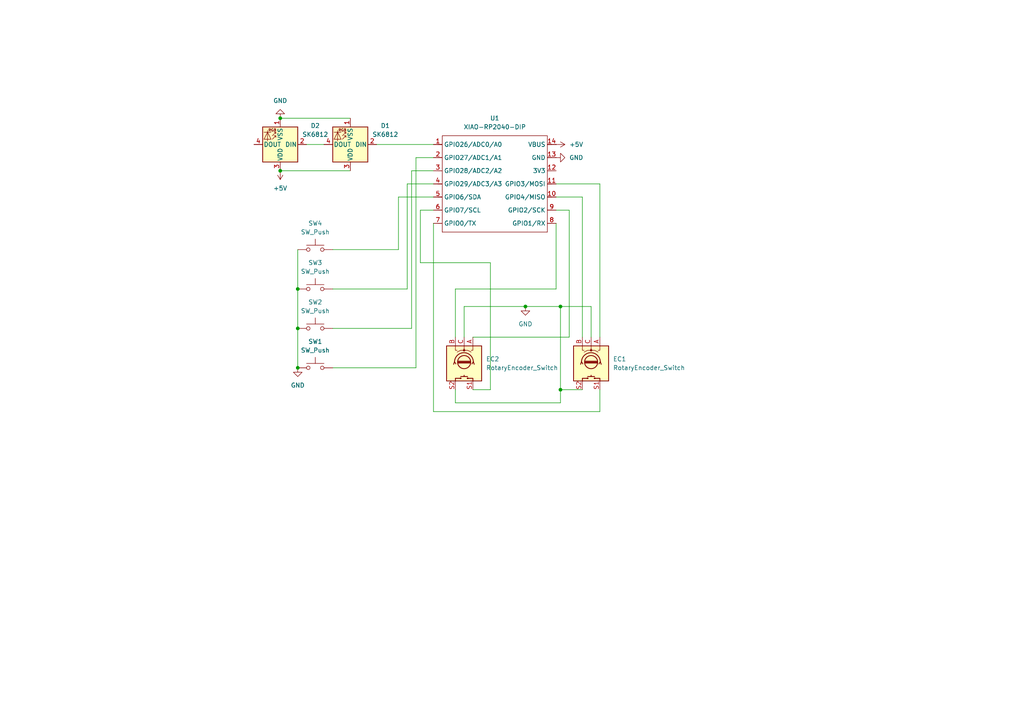
<source format=kicad_sch>
(kicad_sch
	(version 20250114)
	(generator "eeschema")
	(generator_version "9.0")
	(uuid "13a97acb-2549-4e65-a757-c6f4ff0f05d7")
	(paper "A4")
	(lib_symbols
		(symbol "Device:RotaryEncoder_Switch"
			(pin_names
				(offset 0.254)
				(hide yes)
			)
			(exclude_from_sim no)
			(in_bom yes)
			(on_board yes)
			(property "Reference" "SW"
				(at 0 6.604 0)
				(effects
					(font
						(size 1.27 1.27)
					)
				)
			)
			(property "Value" "RotaryEncoder_Switch"
				(at 0 -6.604 0)
				(effects
					(font
						(size 1.27 1.27)
					)
				)
			)
			(property "Footprint" ""
				(at -3.81 4.064 0)
				(effects
					(font
						(size 1.27 1.27)
					)
					(hide yes)
				)
			)
			(property "Datasheet" "~"
				(at 0 6.604 0)
				(effects
					(font
						(size 1.27 1.27)
					)
					(hide yes)
				)
			)
			(property "Description" "Rotary encoder, dual channel, incremental quadrate outputs, with switch"
				(at 0 0 0)
				(effects
					(font
						(size 1.27 1.27)
					)
					(hide yes)
				)
			)
			(property "ki_keywords" "rotary switch encoder switch push button"
				(at 0 0 0)
				(effects
					(font
						(size 1.27 1.27)
					)
					(hide yes)
				)
			)
			(property "ki_fp_filters" "RotaryEncoder*Switch*"
				(at 0 0 0)
				(effects
					(font
						(size 1.27 1.27)
					)
					(hide yes)
				)
			)
			(symbol "RotaryEncoder_Switch_0_1"
				(rectangle
					(start -5.08 5.08)
					(end 5.08 -5.08)
					(stroke
						(width 0.254)
						(type default)
					)
					(fill
						(type background)
					)
				)
				(polyline
					(pts
						(xy -5.08 2.54) (xy -3.81 2.54) (xy -3.81 2.032)
					)
					(stroke
						(width 0)
						(type default)
					)
					(fill
						(type none)
					)
				)
				(polyline
					(pts
						(xy -5.08 0) (xy -3.81 0) (xy -3.81 -1.016) (xy -3.302 -2.032)
					)
					(stroke
						(width 0)
						(type default)
					)
					(fill
						(type none)
					)
				)
				(polyline
					(pts
						(xy -5.08 -2.54) (xy -3.81 -2.54) (xy -3.81 -2.032)
					)
					(stroke
						(width 0)
						(type default)
					)
					(fill
						(type none)
					)
				)
				(polyline
					(pts
						(xy -4.318 0) (xy -3.81 0) (xy -3.81 1.016) (xy -3.302 2.032)
					)
					(stroke
						(width 0)
						(type default)
					)
					(fill
						(type none)
					)
				)
				(circle
					(center -3.81 0)
					(radius 0.254)
					(stroke
						(width 0)
						(type default)
					)
					(fill
						(type outline)
					)
				)
				(polyline
					(pts
						(xy -0.635 -1.778) (xy -0.635 1.778)
					)
					(stroke
						(width 0.254)
						(type default)
					)
					(fill
						(type none)
					)
				)
				(circle
					(center -0.381 0)
					(radius 1.905)
					(stroke
						(width 0.254)
						(type default)
					)
					(fill
						(type none)
					)
				)
				(polyline
					(pts
						(xy -0.381 -1.778) (xy -0.381 1.778)
					)
					(stroke
						(width 0.254)
						(type default)
					)
					(fill
						(type none)
					)
				)
				(arc
					(start -0.381 -2.794)
					(mid -3.0988 -0.0635)
					(end -0.381 2.667)
					(stroke
						(width 0.254)
						(type default)
					)
					(fill
						(type none)
					)
				)
				(polyline
					(pts
						(xy -0.127 1.778) (xy -0.127 -1.778)
					)
					(stroke
						(width 0.254)
						(type default)
					)
					(fill
						(type none)
					)
				)
				(polyline
					(pts
						(xy 0.254 2.921) (xy -0.508 2.667) (xy 0.127 2.286)
					)
					(stroke
						(width 0.254)
						(type default)
					)
					(fill
						(type none)
					)
				)
				(polyline
					(pts
						(xy 0.254 -3.048) (xy -0.508 -2.794) (xy 0.127 -2.413)
					)
					(stroke
						(width 0.254)
						(type default)
					)
					(fill
						(type none)
					)
				)
				(polyline
					(pts
						(xy 3.81 1.016) (xy 3.81 -1.016)
					)
					(stroke
						(width 0.254)
						(type default)
					)
					(fill
						(type none)
					)
				)
				(polyline
					(pts
						(xy 3.81 0) (xy 3.429 0)
					)
					(stroke
						(width 0.254)
						(type default)
					)
					(fill
						(type none)
					)
				)
				(circle
					(center 4.318 1.016)
					(radius 0.127)
					(stroke
						(width 0.254)
						(type default)
					)
					(fill
						(type none)
					)
				)
				(circle
					(center 4.318 -1.016)
					(radius 0.127)
					(stroke
						(width 0.254)
						(type default)
					)
					(fill
						(type none)
					)
				)
				(polyline
					(pts
						(xy 5.08 2.54) (xy 4.318 2.54) (xy 4.318 1.016)
					)
					(stroke
						(width 0.254)
						(type default)
					)
					(fill
						(type none)
					)
				)
				(polyline
					(pts
						(xy 5.08 -2.54) (xy 4.318 -2.54) (xy 4.318 -1.016)
					)
					(stroke
						(width 0.254)
						(type default)
					)
					(fill
						(type none)
					)
				)
			)
			(symbol "RotaryEncoder_Switch_1_1"
				(pin passive line
					(at -7.62 2.54 0)
					(length 2.54)
					(name "A"
						(effects
							(font
								(size 1.27 1.27)
							)
						)
					)
					(number "A"
						(effects
							(font
								(size 1.27 1.27)
							)
						)
					)
				)
				(pin passive line
					(at -7.62 0 0)
					(length 2.54)
					(name "C"
						(effects
							(font
								(size 1.27 1.27)
							)
						)
					)
					(number "C"
						(effects
							(font
								(size 1.27 1.27)
							)
						)
					)
				)
				(pin passive line
					(at -7.62 -2.54 0)
					(length 2.54)
					(name "B"
						(effects
							(font
								(size 1.27 1.27)
							)
						)
					)
					(number "B"
						(effects
							(font
								(size 1.27 1.27)
							)
						)
					)
				)
				(pin passive line
					(at 7.62 2.54 180)
					(length 2.54)
					(name "S1"
						(effects
							(font
								(size 1.27 1.27)
							)
						)
					)
					(number "S1"
						(effects
							(font
								(size 1.27 1.27)
							)
						)
					)
				)
				(pin passive line
					(at 7.62 -2.54 180)
					(length 2.54)
					(name "S2"
						(effects
							(font
								(size 1.27 1.27)
							)
						)
					)
					(number "S2"
						(effects
							(font
								(size 1.27 1.27)
							)
						)
					)
				)
			)
			(embedded_fonts no)
		)
		(symbol "LED:SK6812"
			(pin_names
				(offset 0.254)
			)
			(exclude_from_sim no)
			(in_bom yes)
			(on_board yes)
			(property "Reference" "D"
				(at 5.08 5.715 0)
				(effects
					(font
						(size 1.27 1.27)
					)
					(justify right bottom)
				)
			)
			(property "Value" "SK6812"
				(at 1.27 -5.715 0)
				(effects
					(font
						(size 1.27 1.27)
					)
					(justify left top)
				)
			)
			(property "Footprint" "LED_SMD:LED_SK6812_PLCC4_5.0x5.0mm_P3.2mm"
				(at 1.27 -7.62 0)
				(effects
					(font
						(size 1.27 1.27)
					)
					(justify left top)
					(hide yes)
				)
			)
			(property "Datasheet" "https://cdn-shop.adafruit.com/product-files/1138/SK6812+LED+datasheet+.pdf"
				(at 2.54 -9.525 0)
				(effects
					(font
						(size 1.27 1.27)
					)
					(justify left top)
					(hide yes)
				)
			)
			(property "Description" "RGB LED with integrated controller"
				(at 0 0 0)
				(effects
					(font
						(size 1.27 1.27)
					)
					(hide yes)
				)
			)
			(property "ki_keywords" "RGB LED NeoPixel addressable"
				(at 0 0 0)
				(effects
					(font
						(size 1.27 1.27)
					)
					(hide yes)
				)
			)
			(property "ki_fp_filters" "LED*SK6812*PLCC*5.0x5.0mm*P3.2mm*"
				(at 0 0 0)
				(effects
					(font
						(size 1.27 1.27)
					)
					(hide yes)
				)
			)
			(symbol "SK6812_0_0"
				(text "RGB"
					(at 2.286 -4.191 0)
					(effects
						(font
							(size 0.762 0.762)
						)
					)
				)
			)
			(symbol "SK6812_0_1"
				(polyline
					(pts
						(xy 1.27 -2.54) (xy 1.778 -2.54)
					)
					(stroke
						(width 0)
						(type default)
					)
					(fill
						(type none)
					)
				)
				(polyline
					(pts
						(xy 1.27 -3.556) (xy 1.778 -3.556)
					)
					(stroke
						(width 0)
						(type default)
					)
					(fill
						(type none)
					)
				)
				(polyline
					(pts
						(xy 2.286 -1.524) (xy 1.27 -2.54) (xy 1.27 -2.032)
					)
					(stroke
						(width 0)
						(type default)
					)
					(fill
						(type none)
					)
				)
				(polyline
					(pts
						(xy 2.286 -2.54) (xy 1.27 -3.556) (xy 1.27 -3.048)
					)
					(stroke
						(width 0)
						(type default)
					)
					(fill
						(type none)
					)
				)
				(polyline
					(pts
						(xy 3.683 -1.016) (xy 3.683 -3.556) (xy 3.683 -4.064)
					)
					(stroke
						(width 0)
						(type default)
					)
					(fill
						(type none)
					)
				)
				(polyline
					(pts
						(xy 4.699 -1.524) (xy 2.667 -1.524) (xy 3.683 -3.556) (xy 4.699 -1.524)
					)
					(stroke
						(width 0)
						(type default)
					)
					(fill
						(type none)
					)
				)
				(polyline
					(pts
						(xy 4.699 -3.556) (xy 2.667 -3.556)
					)
					(stroke
						(width 0)
						(type default)
					)
					(fill
						(type none)
					)
				)
				(rectangle
					(start 5.08 5.08)
					(end -5.08 -5.08)
					(stroke
						(width 0.254)
						(type default)
					)
					(fill
						(type background)
					)
				)
			)
			(symbol "SK6812_1_1"
				(pin input line
					(at -7.62 0 0)
					(length 2.54)
					(name "DIN"
						(effects
							(font
								(size 1.27 1.27)
							)
						)
					)
					(number "2"
						(effects
							(font
								(size 1.27 1.27)
							)
						)
					)
				)
				(pin power_in line
					(at 0 7.62 270)
					(length 2.54)
					(name "VDD"
						(effects
							(font
								(size 1.27 1.27)
							)
						)
					)
					(number "3"
						(effects
							(font
								(size 1.27 1.27)
							)
						)
					)
				)
				(pin power_in line
					(at 0 -7.62 90)
					(length 2.54)
					(name "VSS"
						(effects
							(font
								(size 1.27 1.27)
							)
						)
					)
					(number "1"
						(effects
							(font
								(size 1.27 1.27)
							)
						)
					)
				)
				(pin output line
					(at 7.62 0 180)
					(length 2.54)
					(name "DOUT"
						(effects
							(font
								(size 1.27 1.27)
							)
						)
					)
					(number "4"
						(effects
							(font
								(size 1.27 1.27)
							)
						)
					)
				)
			)
			(embedded_fonts no)
		)
		(symbol "Seeed_Studio_XIAO_Series:XIAO-RP2040-DIP"
			(exclude_from_sim no)
			(in_bom yes)
			(on_board yes)
			(property "Reference" "U"
				(at 0 0 0)
				(effects
					(font
						(size 1.27 1.27)
					)
				)
			)
			(property "Value" "XIAO-RP2040-DIP"
				(at 5.334 -1.778 0)
				(effects
					(font
						(size 1.27 1.27)
					)
				)
			)
			(property "Footprint" "Module:MOUDLE14P-XIAO-DIP-SMD"
				(at 14.478 -32.258 0)
				(effects
					(font
						(size 1.27 1.27)
					)
					(hide yes)
				)
			)
			(property "Datasheet" ""
				(at 0 0 0)
				(effects
					(font
						(size 1.27 1.27)
					)
					(hide yes)
				)
			)
			(property "Description" ""
				(at 0 0 0)
				(effects
					(font
						(size 1.27 1.27)
					)
					(hide yes)
				)
			)
			(symbol "XIAO-RP2040-DIP_1_0"
				(polyline
					(pts
						(xy -1.27 -2.54) (xy 29.21 -2.54)
					)
					(stroke
						(width 0.1524)
						(type solid)
					)
					(fill
						(type none)
					)
				)
				(polyline
					(pts
						(xy -1.27 -5.08) (xy -2.54 -5.08)
					)
					(stroke
						(width 0.1524)
						(type solid)
					)
					(fill
						(type none)
					)
				)
				(polyline
					(pts
						(xy -1.27 -5.08) (xy -1.27 -2.54)
					)
					(stroke
						(width 0.1524)
						(type solid)
					)
					(fill
						(type none)
					)
				)
				(polyline
					(pts
						(xy -1.27 -8.89) (xy -2.54 -8.89)
					)
					(stroke
						(width 0.1524)
						(type solid)
					)
					(fill
						(type none)
					)
				)
				(polyline
					(pts
						(xy -1.27 -8.89) (xy -1.27 -5.08)
					)
					(stroke
						(width 0.1524)
						(type solid)
					)
					(fill
						(type none)
					)
				)
				(polyline
					(pts
						(xy -1.27 -12.7) (xy -2.54 -12.7)
					)
					(stroke
						(width 0.1524)
						(type solid)
					)
					(fill
						(type none)
					)
				)
				(polyline
					(pts
						(xy -1.27 -12.7) (xy -1.27 -8.89)
					)
					(stroke
						(width 0.1524)
						(type solid)
					)
					(fill
						(type none)
					)
				)
				(polyline
					(pts
						(xy -1.27 -16.51) (xy -2.54 -16.51)
					)
					(stroke
						(width 0.1524)
						(type solid)
					)
					(fill
						(type none)
					)
				)
				(polyline
					(pts
						(xy -1.27 -16.51) (xy -1.27 -12.7)
					)
					(stroke
						(width 0.1524)
						(type solid)
					)
					(fill
						(type none)
					)
				)
				(polyline
					(pts
						(xy -1.27 -20.32) (xy -2.54 -20.32)
					)
					(stroke
						(width 0.1524)
						(type solid)
					)
					(fill
						(type none)
					)
				)
				(polyline
					(pts
						(xy -1.27 -24.13) (xy -2.54 -24.13)
					)
					(stroke
						(width 0.1524)
						(type solid)
					)
					(fill
						(type none)
					)
				)
				(polyline
					(pts
						(xy -1.27 -27.94) (xy -2.54 -27.94)
					)
					(stroke
						(width 0.1524)
						(type solid)
					)
					(fill
						(type none)
					)
				)
				(polyline
					(pts
						(xy -1.27 -30.48) (xy -1.27 -16.51)
					)
					(stroke
						(width 0.1524)
						(type solid)
					)
					(fill
						(type none)
					)
				)
				(polyline
					(pts
						(xy 29.21 -2.54) (xy 29.21 -5.08)
					)
					(stroke
						(width 0.1524)
						(type solid)
					)
					(fill
						(type none)
					)
				)
				(polyline
					(pts
						(xy 29.21 -5.08) (xy 29.21 -8.89)
					)
					(stroke
						(width 0.1524)
						(type solid)
					)
					(fill
						(type none)
					)
				)
				(polyline
					(pts
						(xy 29.21 -8.89) (xy 29.21 -12.7)
					)
					(stroke
						(width 0.1524)
						(type solid)
					)
					(fill
						(type none)
					)
				)
				(polyline
					(pts
						(xy 29.21 -12.7) (xy 29.21 -30.48)
					)
					(stroke
						(width 0.1524)
						(type solid)
					)
					(fill
						(type none)
					)
				)
				(polyline
					(pts
						(xy 29.21 -30.48) (xy -1.27 -30.48)
					)
					(stroke
						(width 0.1524)
						(type solid)
					)
					(fill
						(type none)
					)
				)
				(polyline
					(pts
						(xy 30.48 -5.08) (xy 29.21 -5.08)
					)
					(stroke
						(width 0.1524)
						(type solid)
					)
					(fill
						(type none)
					)
				)
				(polyline
					(pts
						(xy 30.48 -8.89) (xy 29.21 -8.89)
					)
					(stroke
						(width 0.1524)
						(type solid)
					)
					(fill
						(type none)
					)
				)
				(polyline
					(pts
						(xy 30.48 -12.7) (xy 29.21 -12.7)
					)
					(stroke
						(width 0.1524)
						(type solid)
					)
					(fill
						(type none)
					)
				)
				(polyline
					(pts
						(xy 30.48 -16.51) (xy 29.21 -16.51)
					)
					(stroke
						(width 0.1524)
						(type solid)
					)
					(fill
						(type none)
					)
				)
				(polyline
					(pts
						(xy 30.48 -20.32) (xy 29.21 -20.32)
					)
					(stroke
						(width 0.1524)
						(type solid)
					)
					(fill
						(type none)
					)
				)
				(polyline
					(pts
						(xy 30.48 -24.13) (xy 29.21 -24.13)
					)
					(stroke
						(width 0.1524)
						(type solid)
					)
					(fill
						(type none)
					)
				)
				(polyline
					(pts
						(xy 30.48 -27.94) (xy 29.21 -27.94)
					)
					(stroke
						(width 0.1524)
						(type solid)
					)
					(fill
						(type none)
					)
				)
				(pin passive line
					(at -3.81 -5.08 0)
					(length 2.54)
					(name "GPIO26/ADC0/A0"
						(effects
							(font
								(size 1.27 1.27)
							)
						)
					)
					(number "1"
						(effects
							(font
								(size 1.27 1.27)
							)
						)
					)
				)
				(pin passive line
					(at -3.81 -8.89 0)
					(length 2.54)
					(name "GPIO27/ADC1/A1"
						(effects
							(font
								(size 1.27 1.27)
							)
						)
					)
					(number "2"
						(effects
							(font
								(size 1.27 1.27)
							)
						)
					)
				)
				(pin passive line
					(at -3.81 -12.7 0)
					(length 2.54)
					(name "GPIO28/ADC2/A2"
						(effects
							(font
								(size 1.27 1.27)
							)
						)
					)
					(number "3"
						(effects
							(font
								(size 1.27 1.27)
							)
						)
					)
				)
				(pin passive line
					(at -3.81 -16.51 0)
					(length 2.54)
					(name "GPIO29/ADC3/A3"
						(effects
							(font
								(size 1.27 1.27)
							)
						)
					)
					(number "4"
						(effects
							(font
								(size 1.27 1.27)
							)
						)
					)
				)
				(pin passive line
					(at -3.81 -20.32 0)
					(length 2.54)
					(name "GPIO6/SDA"
						(effects
							(font
								(size 1.27 1.27)
							)
						)
					)
					(number "5"
						(effects
							(font
								(size 1.27 1.27)
							)
						)
					)
				)
				(pin passive line
					(at -3.81 -24.13 0)
					(length 2.54)
					(name "GPIO7/SCL"
						(effects
							(font
								(size 1.27 1.27)
							)
						)
					)
					(number "6"
						(effects
							(font
								(size 1.27 1.27)
							)
						)
					)
				)
				(pin passive line
					(at -3.81 -27.94 0)
					(length 2.54)
					(name "GPIO0/TX"
						(effects
							(font
								(size 1.27 1.27)
							)
						)
					)
					(number "7"
						(effects
							(font
								(size 1.27 1.27)
							)
						)
					)
				)
				(pin passive line
					(at 31.75 -5.08 180)
					(length 2.54)
					(name "VBUS"
						(effects
							(font
								(size 1.27 1.27)
							)
						)
					)
					(number "14"
						(effects
							(font
								(size 1.27 1.27)
							)
						)
					)
				)
				(pin passive line
					(at 31.75 -8.89 180)
					(length 2.54)
					(name "GND"
						(effects
							(font
								(size 1.27 1.27)
							)
						)
					)
					(number "13"
						(effects
							(font
								(size 1.27 1.27)
							)
						)
					)
				)
				(pin passive line
					(at 31.75 -12.7 180)
					(length 2.54)
					(name "3V3"
						(effects
							(font
								(size 1.27 1.27)
							)
						)
					)
					(number "12"
						(effects
							(font
								(size 1.27 1.27)
							)
						)
					)
				)
				(pin passive line
					(at 31.75 -16.51 180)
					(length 2.54)
					(name "GPIO3/MOSI"
						(effects
							(font
								(size 1.27 1.27)
							)
						)
					)
					(number "11"
						(effects
							(font
								(size 1.27 1.27)
							)
						)
					)
				)
				(pin passive line
					(at 31.75 -20.32 180)
					(length 2.54)
					(name "GPIO4/MISO"
						(effects
							(font
								(size 1.27 1.27)
							)
						)
					)
					(number "10"
						(effects
							(font
								(size 1.27 1.27)
							)
						)
					)
				)
				(pin passive line
					(at 31.75 -24.13 180)
					(length 2.54)
					(name "GPIO2/SCK"
						(effects
							(font
								(size 1.27 1.27)
							)
						)
					)
					(number "9"
						(effects
							(font
								(size 1.27 1.27)
							)
						)
					)
				)
				(pin passive line
					(at 31.75 -27.94 180)
					(length 2.54)
					(name "GPIO1/RX"
						(effects
							(font
								(size 1.27 1.27)
							)
						)
					)
					(number "8"
						(effects
							(font
								(size 1.27 1.27)
							)
						)
					)
				)
			)
			(embedded_fonts no)
		)
		(symbol "Switch:SW_Push"
			(pin_numbers
				(hide yes)
			)
			(pin_names
				(offset 1.016)
				(hide yes)
			)
			(exclude_from_sim no)
			(in_bom yes)
			(on_board yes)
			(property "Reference" "SW"
				(at 1.27 2.54 0)
				(effects
					(font
						(size 1.27 1.27)
					)
					(justify left)
				)
			)
			(property "Value" "SW_Push"
				(at 0 -1.524 0)
				(effects
					(font
						(size 1.27 1.27)
					)
				)
			)
			(property "Footprint" ""
				(at 0 5.08 0)
				(effects
					(font
						(size 1.27 1.27)
					)
					(hide yes)
				)
			)
			(property "Datasheet" "~"
				(at 0 5.08 0)
				(effects
					(font
						(size 1.27 1.27)
					)
					(hide yes)
				)
			)
			(property "Description" "Push button switch, generic, two pins"
				(at 0 0 0)
				(effects
					(font
						(size 1.27 1.27)
					)
					(hide yes)
				)
			)
			(property "ki_keywords" "switch normally-open pushbutton push-button"
				(at 0 0 0)
				(effects
					(font
						(size 1.27 1.27)
					)
					(hide yes)
				)
			)
			(symbol "SW_Push_0_1"
				(circle
					(center -2.032 0)
					(radius 0.508)
					(stroke
						(width 0)
						(type default)
					)
					(fill
						(type none)
					)
				)
				(polyline
					(pts
						(xy 0 1.27) (xy 0 3.048)
					)
					(stroke
						(width 0)
						(type default)
					)
					(fill
						(type none)
					)
				)
				(circle
					(center 2.032 0)
					(radius 0.508)
					(stroke
						(width 0)
						(type default)
					)
					(fill
						(type none)
					)
				)
				(polyline
					(pts
						(xy 2.54 1.27) (xy -2.54 1.27)
					)
					(stroke
						(width 0)
						(type default)
					)
					(fill
						(type none)
					)
				)
				(pin passive line
					(at -5.08 0 0)
					(length 2.54)
					(name "1"
						(effects
							(font
								(size 1.27 1.27)
							)
						)
					)
					(number "1"
						(effects
							(font
								(size 1.27 1.27)
							)
						)
					)
				)
				(pin passive line
					(at 5.08 0 180)
					(length 2.54)
					(name "2"
						(effects
							(font
								(size 1.27 1.27)
							)
						)
					)
					(number "2"
						(effects
							(font
								(size 1.27 1.27)
							)
						)
					)
				)
			)
			(embedded_fonts no)
		)
		(symbol "power:+5V"
			(power)
			(pin_numbers
				(hide yes)
			)
			(pin_names
				(offset 0)
				(hide yes)
			)
			(exclude_from_sim no)
			(in_bom yes)
			(on_board yes)
			(property "Reference" "#PWR"
				(at 0 -3.81 0)
				(effects
					(font
						(size 1.27 1.27)
					)
					(hide yes)
				)
			)
			(property "Value" "+5V"
				(at 0 3.556 0)
				(effects
					(font
						(size 1.27 1.27)
					)
				)
			)
			(property "Footprint" ""
				(at 0 0 0)
				(effects
					(font
						(size 1.27 1.27)
					)
					(hide yes)
				)
			)
			(property "Datasheet" ""
				(at 0 0 0)
				(effects
					(font
						(size 1.27 1.27)
					)
					(hide yes)
				)
			)
			(property "Description" "Power symbol creates a global label with name \"+5V\""
				(at 0 0 0)
				(effects
					(font
						(size 1.27 1.27)
					)
					(hide yes)
				)
			)
			(property "ki_keywords" "global power"
				(at 0 0 0)
				(effects
					(font
						(size 1.27 1.27)
					)
					(hide yes)
				)
			)
			(symbol "+5V_0_1"
				(polyline
					(pts
						(xy -0.762 1.27) (xy 0 2.54)
					)
					(stroke
						(width 0)
						(type default)
					)
					(fill
						(type none)
					)
				)
				(polyline
					(pts
						(xy 0 2.54) (xy 0.762 1.27)
					)
					(stroke
						(width 0)
						(type default)
					)
					(fill
						(type none)
					)
				)
				(polyline
					(pts
						(xy 0 0) (xy 0 2.54)
					)
					(stroke
						(width 0)
						(type default)
					)
					(fill
						(type none)
					)
				)
			)
			(symbol "+5V_1_1"
				(pin power_in line
					(at 0 0 90)
					(length 0)
					(name "~"
						(effects
							(font
								(size 1.27 1.27)
							)
						)
					)
					(number "1"
						(effects
							(font
								(size 1.27 1.27)
							)
						)
					)
				)
			)
			(embedded_fonts no)
		)
		(symbol "power:GND"
			(power)
			(pin_numbers
				(hide yes)
			)
			(pin_names
				(offset 0)
				(hide yes)
			)
			(exclude_from_sim no)
			(in_bom yes)
			(on_board yes)
			(property "Reference" "#PWR"
				(at 0 -6.35 0)
				(effects
					(font
						(size 1.27 1.27)
					)
					(hide yes)
				)
			)
			(property "Value" "GND"
				(at 0 -3.81 0)
				(effects
					(font
						(size 1.27 1.27)
					)
				)
			)
			(property "Footprint" ""
				(at 0 0 0)
				(effects
					(font
						(size 1.27 1.27)
					)
					(hide yes)
				)
			)
			(property "Datasheet" ""
				(at 0 0 0)
				(effects
					(font
						(size 1.27 1.27)
					)
					(hide yes)
				)
			)
			(property "Description" "Power symbol creates a global label with name \"GND\" , ground"
				(at 0 0 0)
				(effects
					(font
						(size 1.27 1.27)
					)
					(hide yes)
				)
			)
			(property "ki_keywords" "global power"
				(at 0 0 0)
				(effects
					(font
						(size 1.27 1.27)
					)
					(hide yes)
				)
			)
			(symbol "GND_0_1"
				(polyline
					(pts
						(xy 0 0) (xy 0 -1.27) (xy 1.27 -1.27) (xy 0 -2.54) (xy -1.27 -1.27) (xy 0 -1.27)
					)
					(stroke
						(width 0)
						(type default)
					)
					(fill
						(type none)
					)
				)
			)
			(symbol "GND_1_1"
				(pin power_in line
					(at 0 0 270)
					(length 0)
					(name "~"
						(effects
							(font
								(size 1.27 1.27)
							)
						)
					)
					(number "1"
						(effects
							(font
								(size 1.27 1.27)
							)
						)
					)
				)
			)
			(embedded_fonts no)
		)
	)
	(junction
		(at 81.28 49.53)
		(diameter 0)
		(color 0 0 0 0)
		(uuid "14bc5cbc-57fc-40e3-9dff-4f14af11f6ea")
	)
	(junction
		(at 86.36 95.25)
		(diameter 0)
		(color 0 0 0 0)
		(uuid "5759494d-33b6-4072-b1f8-7b349487d4db")
	)
	(junction
		(at 86.36 83.82)
		(diameter 0)
		(color 0 0 0 0)
		(uuid "5ccdb09e-d824-4c8c-8ffb-e60b5ae5195b")
	)
	(junction
		(at 162.56 88.9)
		(diameter 0)
		(color 0 0 0 0)
		(uuid "684e38b4-8aed-4a99-904f-7906891e1fb5")
	)
	(junction
		(at 162.56 113.03)
		(diameter 0)
		(color 0 0 0 0)
		(uuid "7368717c-3382-4ab9-8f30-4bbad9d49f85")
	)
	(junction
		(at 152.4 88.9)
		(diameter 0)
		(color 0 0 0 0)
		(uuid "81fc5116-2417-4a44-823e-5aff45028b26")
	)
	(junction
		(at 81.28 34.29)
		(diameter 0)
		(color 0 0 0 0)
		(uuid "91ea52d5-1077-43a0-865a-a85f2ffe2d97")
	)
	(junction
		(at 86.36 106.68)
		(diameter 0)
		(color 0 0 0 0)
		(uuid "d591ffa8-989d-4da2-b0e7-771dd140ecc8")
	)
	(wire
		(pts
			(xy 173.99 97.79) (xy 173.99 53.34)
		)
		(stroke
			(width 0)
			(type default)
		)
		(uuid "0701ce19-90a6-4736-be54-60e255a170b8")
	)
	(wire
		(pts
			(xy 162.56 116.84) (xy 132.08 116.84)
		)
		(stroke
			(width 0)
			(type default)
		)
		(uuid "08c3e214-f201-4a32-b544-c79f97a0d23c")
	)
	(wire
		(pts
			(xy 86.36 72.39) (xy 86.36 83.82)
		)
		(stroke
			(width 0)
			(type default)
		)
		(uuid "09918ded-8681-40aa-87aa-6dc6bea93b0d")
	)
	(wire
		(pts
			(xy 96.52 95.25) (xy 119.38 95.25)
		)
		(stroke
			(width 0)
			(type default)
		)
		(uuid "1b3cf84b-e0c6-4836-bc1a-fb174083b480")
	)
	(wire
		(pts
			(xy 96.52 83.82) (xy 118.11 83.82)
		)
		(stroke
			(width 0)
			(type default)
		)
		(uuid "1cc87fd6-eea1-4f15-8c75-eb4ff6286573")
	)
	(wire
		(pts
			(xy 119.38 49.53) (xy 125.73 49.53)
		)
		(stroke
			(width 0)
			(type default)
		)
		(uuid "29a759b0-0c79-4064-b9d3-90ca03e0234a")
	)
	(wire
		(pts
			(xy 132.08 83.82) (xy 161.29 83.82)
		)
		(stroke
			(width 0)
			(type default)
		)
		(uuid "2bd5c977-38fc-4737-a094-5ffef3e6cb39")
	)
	(wire
		(pts
			(xy 81.28 49.53) (xy 101.6 49.53)
		)
		(stroke
			(width 0)
			(type default)
		)
		(uuid "2d751633-57d3-48d2-b765-2b43632b9842")
	)
	(wire
		(pts
			(xy 142.24 76.2) (xy 121.92 76.2)
		)
		(stroke
			(width 0)
			(type default)
		)
		(uuid "2ea0d2fb-1ee5-4199-a63b-017cddb936c7")
	)
	(wire
		(pts
			(xy 118.11 83.82) (xy 118.11 53.34)
		)
		(stroke
			(width 0)
			(type default)
		)
		(uuid "355ec986-bd37-4e01-95b6-848e161cf3e7")
	)
	(wire
		(pts
			(xy 171.45 88.9) (xy 171.45 97.79)
		)
		(stroke
			(width 0)
			(type default)
		)
		(uuid "36b48670-bead-44c0-81e0-02c20ba50b99")
	)
	(wire
		(pts
			(xy 120.65 106.68) (xy 120.65 45.72)
		)
		(stroke
			(width 0)
			(type default)
		)
		(uuid "370b350d-5536-4b63-8ccc-5ae7efde3c6c")
	)
	(wire
		(pts
			(xy 137.16 97.79) (xy 165.1 97.79)
		)
		(stroke
			(width 0)
			(type default)
		)
		(uuid "39b0729b-4bcd-41e9-abc4-1aed682a599a")
	)
	(wire
		(pts
			(xy 134.62 88.9) (xy 152.4 88.9)
		)
		(stroke
			(width 0)
			(type default)
		)
		(uuid "405a3f2b-3015-4574-8752-6fafdd37fc5a")
	)
	(wire
		(pts
			(xy 162.56 88.9) (xy 171.45 88.9)
		)
		(stroke
			(width 0)
			(type default)
		)
		(uuid "4406d1c8-2643-4271-b884-8410dffbf27b")
	)
	(wire
		(pts
			(xy 173.99 113.03) (xy 173.99 119.38)
		)
		(stroke
			(width 0)
			(type default)
		)
		(uuid "445575bb-84c1-470f-b5c3-bc40f10b7fe5")
	)
	(wire
		(pts
			(xy 162.56 113.03) (xy 168.91 113.03)
		)
		(stroke
			(width 0)
			(type default)
		)
		(uuid "49b9ca0f-5dd3-4aca-8838-1e85b6fc0baa")
	)
	(wire
		(pts
			(xy 165.1 97.79) (xy 165.1 60.96)
		)
		(stroke
			(width 0)
			(type default)
		)
		(uuid "537442d4-df3e-427a-be58-0c01c872ae56")
	)
	(wire
		(pts
			(xy 132.08 116.84) (xy 132.08 113.03)
		)
		(stroke
			(width 0)
			(type default)
		)
		(uuid "5546da1e-f728-4e73-949b-efa1b93c49cc")
	)
	(wire
		(pts
			(xy 125.73 119.38) (xy 125.73 64.77)
		)
		(stroke
			(width 0)
			(type default)
		)
		(uuid "5a089726-353f-4c01-9dca-cf3c62b594a5")
	)
	(wire
		(pts
			(xy 152.4 88.9) (xy 162.56 88.9)
		)
		(stroke
			(width 0)
			(type default)
		)
		(uuid "66d480db-42f6-4be3-a91a-c6b3a3eb9879")
	)
	(wire
		(pts
			(xy 137.16 113.03) (xy 142.24 113.03)
		)
		(stroke
			(width 0)
			(type default)
		)
		(uuid "68bb3dd7-129d-47ac-9766-932031ba971b")
	)
	(wire
		(pts
			(xy 142.24 113.03) (xy 142.24 76.2)
		)
		(stroke
			(width 0)
			(type default)
		)
		(uuid "74dbaec8-a603-4f9e-83fa-a2e44e5e9720")
	)
	(wire
		(pts
			(xy 88.9 41.91) (xy 93.98 41.91)
		)
		(stroke
			(width 0)
			(type default)
		)
		(uuid "79f691ee-b0d0-485f-a30d-3c0973d6673b")
	)
	(wire
		(pts
			(xy 96.52 72.39) (xy 115.57 72.39)
		)
		(stroke
			(width 0)
			(type default)
		)
		(uuid "7b23f2ec-9bbd-44bf-9fed-104a79794009")
	)
	(wire
		(pts
			(xy 81.28 34.29) (xy 101.6 34.29)
		)
		(stroke
			(width 0)
			(type default)
		)
		(uuid "7e7a7f87-e1e8-4df3-aa9f-3a203ecb94f3")
	)
	(wire
		(pts
			(xy 173.99 53.34) (xy 161.29 53.34)
		)
		(stroke
			(width 0)
			(type default)
		)
		(uuid "818074a8-50ce-45d3-b3d6-49be48261cb9")
	)
	(wire
		(pts
			(xy 115.57 72.39) (xy 115.57 57.15)
		)
		(stroke
			(width 0)
			(type default)
		)
		(uuid "86ad3486-07f8-4d53-b4d2-14a317c5466f")
	)
	(wire
		(pts
			(xy 162.56 113.03) (xy 162.56 116.84)
		)
		(stroke
			(width 0)
			(type default)
		)
		(uuid "8cd80049-29f5-4a59-a820-a8cba2b07a3e")
	)
	(wire
		(pts
			(xy 121.92 76.2) (xy 121.92 60.96)
		)
		(stroke
			(width 0)
			(type default)
		)
		(uuid "93820b66-1aeb-43ba-b8bf-688f7dadfda6")
	)
	(wire
		(pts
			(xy 132.08 97.79) (xy 132.08 83.82)
		)
		(stroke
			(width 0)
			(type default)
		)
		(uuid "a63bc48a-18ae-4bef-8274-c8cf1393bbfa")
	)
	(wire
		(pts
			(xy 115.57 57.15) (xy 125.73 57.15)
		)
		(stroke
			(width 0)
			(type default)
		)
		(uuid "a6f32323-0a27-4b1e-8e85-41be48aa66bf")
	)
	(wire
		(pts
			(xy 161.29 83.82) (xy 161.29 64.77)
		)
		(stroke
			(width 0)
			(type default)
		)
		(uuid "a8a6cba9-8121-4efb-97b3-e591fcef13e9")
	)
	(wire
		(pts
			(xy 86.36 83.82) (xy 86.36 95.25)
		)
		(stroke
			(width 0)
			(type default)
		)
		(uuid "a8cebcda-34de-4497-ab47-6fc0a86cb590")
	)
	(wire
		(pts
			(xy 109.22 41.91) (xy 125.73 41.91)
		)
		(stroke
			(width 0)
			(type default)
		)
		(uuid "ad3a5353-1be5-46da-9bef-335d71b64b34")
	)
	(wire
		(pts
			(xy 173.99 119.38) (xy 125.73 119.38)
		)
		(stroke
			(width 0)
			(type default)
		)
		(uuid "b0b3f8ea-e9e8-4166-bfc4-e67fa441589f")
	)
	(wire
		(pts
			(xy 168.91 97.79) (xy 168.91 57.15)
		)
		(stroke
			(width 0)
			(type default)
		)
		(uuid "b2f68b15-e184-4013-86bc-146015b1859c")
	)
	(wire
		(pts
			(xy 96.52 106.68) (xy 120.65 106.68)
		)
		(stroke
			(width 0)
			(type default)
		)
		(uuid "b3ea5676-5d65-42cd-abc9-64e28e3438f1")
	)
	(wire
		(pts
			(xy 121.92 60.96) (xy 125.73 60.96)
		)
		(stroke
			(width 0)
			(type default)
		)
		(uuid "b9c7ef14-354d-4047-97ea-6c0243021d2e")
	)
	(wire
		(pts
			(xy 162.56 88.9) (xy 162.56 113.03)
		)
		(stroke
			(width 0)
			(type default)
		)
		(uuid "c299e29b-a37f-4693-b777-34fe6463380b")
	)
	(wire
		(pts
			(xy 120.65 45.72) (xy 125.73 45.72)
		)
		(stroke
			(width 0)
			(type default)
		)
		(uuid "c3c774ea-25b6-4bac-896b-78f2f6029bb0")
	)
	(wire
		(pts
			(xy 134.62 97.79) (xy 134.62 88.9)
		)
		(stroke
			(width 0)
			(type default)
		)
		(uuid "dde645a1-3060-4b32-84cd-d94545653ee9")
	)
	(wire
		(pts
			(xy 168.91 57.15) (xy 161.29 57.15)
		)
		(stroke
			(width 0)
			(type default)
		)
		(uuid "e152f5f7-8c10-4a10-ac20-1ee26a39f868")
	)
	(wire
		(pts
			(xy 165.1 60.96) (xy 161.29 60.96)
		)
		(stroke
			(width 0)
			(type default)
		)
		(uuid "e1eb2ec0-656a-490d-b79e-78f4ffd8c5bb")
	)
	(wire
		(pts
			(xy 86.36 95.25) (xy 86.36 106.68)
		)
		(stroke
			(width 0)
			(type default)
		)
		(uuid "e28a3c64-32ae-4276-9a02-a301c6681eba")
	)
	(wire
		(pts
			(xy 119.38 95.25) (xy 119.38 49.53)
		)
		(stroke
			(width 0)
			(type default)
		)
		(uuid "ee130afa-e10b-4af6-baeb-44e8cd06497d")
	)
	(wire
		(pts
			(xy 118.11 53.34) (xy 125.73 53.34)
		)
		(stroke
			(width 0)
			(type default)
		)
		(uuid "fb0e22e8-c196-48db-bb8e-706f63927b4d")
	)
	(symbol
		(lib_id "Device:RotaryEncoder_Switch")
		(at 134.62 105.41 270)
		(unit 1)
		(exclude_from_sim no)
		(in_bom yes)
		(on_board yes)
		(dnp no)
		(uuid "0863a564-6b48-4af6-85c5-62cdf9eb6a92")
		(property "Reference" "EC2"
			(at 140.97 104.1399 90)
			(effects
				(font
					(size 1.27 1.27)
				)
				(justify left)
			)
		)
		(property "Value" "RotaryEncoder_Switch"
			(at 140.97 106.6799 90)
			(effects
				(font
					(size 1.27 1.27)
				)
				(justify left)
			)
		)
		(property "Footprint" "Rotary_Encoder:RotaryEncoder_Alps_EC11E-Switch_Vertical_H20mm"
			(at 138.684 101.6 0)
			(effects
				(font
					(size 1.27 1.27)
				)
				(hide yes)
			)
		)
		(property "Datasheet" "~"
			(at 141.224 105.41 0)
			(effects
				(font
					(size 1.27 1.27)
				)
				(hide yes)
			)
		)
		(property "Description" "Rotary encoder, dual channel, incremental quadrate outputs, with switch"
			(at 134.62 105.41 0)
			(effects
				(font
					(size 1.27 1.27)
				)
				(hide yes)
			)
		)
		(pin "S1"
			(uuid "c1be8a82-b52c-4a8e-a338-536bf71ee87c")
		)
		(pin "C"
			(uuid "10445a97-9666-41f1-93b7-4afbb57d8a6d")
		)
		(pin "B"
			(uuid "da697c99-d85d-4f86-bbf9-cf0a43e35056")
		)
		(pin "S2"
			(uuid "f498edd9-c42c-4927-b717-68d83eeeec5d")
		)
		(pin "A"
			(uuid "49a67770-33cd-4deb-a7af-8b618e781068")
		)
		(instances
			(project "CineWheel"
				(path "/13a97acb-2549-4e65-a757-c6f4ff0f05d7"
					(reference "EC2")
					(unit 1)
				)
			)
		)
	)
	(symbol
		(lib_id "power:+5V")
		(at 161.29 41.91 270)
		(unit 1)
		(exclude_from_sim no)
		(in_bom yes)
		(on_board yes)
		(dnp no)
		(fields_autoplaced yes)
		(uuid "0929b6f2-60c1-4532-8b48-bd818d7dd792")
		(property "Reference" "#PWR01"
			(at 157.48 41.91 0)
			(effects
				(font
					(size 1.27 1.27)
				)
				(hide yes)
			)
		)
		(property "Value" "+5V"
			(at 165.1 41.9099 90)
			(effects
				(font
					(size 1.27 1.27)
				)
				(justify left)
			)
		)
		(property "Footprint" ""
			(at 161.29 41.91 0)
			(effects
				(font
					(size 1.27 1.27)
				)
				(hide yes)
			)
		)
		(property "Datasheet" ""
			(at 161.29 41.91 0)
			(effects
				(font
					(size 1.27 1.27)
				)
				(hide yes)
			)
		)
		(property "Description" "Power symbol creates a global label with name \"+5V\""
			(at 161.29 41.91 0)
			(effects
				(font
					(size 1.27 1.27)
				)
				(hide yes)
			)
		)
		(pin "1"
			(uuid "26d05b53-d22d-4c57-bee9-30791422a86c")
		)
		(instances
			(project ""
				(path "/13a97acb-2549-4e65-a757-c6f4ff0f05d7"
					(reference "#PWR01")
					(unit 1)
				)
			)
		)
	)
	(symbol
		(lib_id "Switch:SW_Push")
		(at 91.44 106.68 0)
		(unit 1)
		(exclude_from_sim no)
		(in_bom yes)
		(on_board yes)
		(dnp no)
		(fields_autoplaced yes)
		(uuid "0a065007-6ca0-47e5-9a0e-596550e51990")
		(property "Reference" "SW1"
			(at 91.44 99.06 0)
			(effects
				(font
					(size 1.27 1.27)
				)
			)
		)
		(property "Value" "SW_Push"
			(at 91.44 101.6 0)
			(effects
				(font
					(size 1.27 1.27)
				)
			)
		)
		(property "Footprint" "Button_Switch_Keyboard:SW_Cherry_MX_1.00u_PCB"
			(at 91.44 101.6 0)
			(effects
				(font
					(size 1.27 1.27)
				)
				(hide yes)
			)
		)
		(property "Datasheet" "~"
			(at 91.44 101.6 0)
			(effects
				(font
					(size 1.27 1.27)
				)
				(hide yes)
			)
		)
		(property "Description" "Push button switch, generic, two pins"
			(at 91.44 106.68 0)
			(effects
				(font
					(size 1.27 1.27)
				)
				(hide yes)
			)
		)
		(pin "1"
			(uuid "33531389-9b9f-4455-b7d7-4387ad33caa2")
		)
		(pin "2"
			(uuid "5165aed6-7222-4693-b8a9-6aa23f66a8df")
		)
		(instances
			(project ""
				(path "/13a97acb-2549-4e65-a757-c6f4ff0f05d7"
					(reference "SW1")
					(unit 1)
				)
			)
		)
	)
	(symbol
		(lib_id "Seeed_Studio_XIAO_Series:XIAO-RP2040-DIP")
		(at 129.54 36.83 0)
		(unit 1)
		(exclude_from_sim no)
		(in_bom yes)
		(on_board yes)
		(dnp no)
		(fields_autoplaced yes)
		(uuid "0e14839e-0196-42fe-b6ee-fd3741a4f6cf")
		(property "Reference" "U1"
			(at 143.51 34.29 0)
			(effects
				(font
					(size 1.27 1.27)
				)
			)
		)
		(property "Value" "XIAO-RP2040-DIP"
			(at 143.51 36.83 0)
			(effects
				(font
					(size 1.27 1.27)
				)
			)
		)
		(property "Footprint" "OPL:XIAO-RP2040-SMD"
			(at 144.018 69.088 0)
			(effects
				(font
					(size 1.27 1.27)
				)
				(hide yes)
			)
		)
		(property "Datasheet" ""
			(at 129.54 36.83 0)
			(effects
				(font
					(size 1.27 1.27)
				)
				(hide yes)
			)
		)
		(property "Description" ""
			(at 129.54 36.83 0)
			(effects
				(font
					(size 1.27 1.27)
				)
				(hide yes)
			)
		)
		(pin "11"
			(uuid "945ae933-d973-4f0f-bab9-ea3dc865d2cb")
		)
		(pin "8"
			(uuid "9a16bfc1-024e-4f48-9484-be590591df01")
		)
		(pin "4"
			(uuid "8f2fb053-67c4-4e9c-9586-0644dbac539d")
		)
		(pin "5"
			(uuid "cb8370fc-8154-46de-a146-c90fffaa3c38")
		)
		(pin "6"
			(uuid "c6338ba3-a944-4f6d-9960-5d155631fb0d")
		)
		(pin "1"
			(uuid "7da2818e-60bd-4074-92be-6f1aeab7e4d2")
		)
		(pin "14"
			(uuid "c063ab8f-2335-45be-ba20-c34e37a24676")
		)
		(pin "13"
			(uuid "f669c3c5-7851-474c-bbe3-08cf4245ba64")
		)
		(pin "2"
			(uuid "7f894b21-6c9c-4ffc-b999-74b90fc0c0c1")
		)
		(pin "10"
			(uuid "d781a908-3649-4cd8-b96f-d312d3abb990")
		)
		(pin "3"
			(uuid "c8d344bb-8ad7-472a-b9b1-5b4c5a433748")
		)
		(pin "7"
			(uuid "57181b27-0f45-49ce-b766-6c958d1270db")
		)
		(pin "12"
			(uuid "b106329c-e4b3-43ab-8b40-ecdaf6ed6816")
		)
		(pin "9"
			(uuid "993e02e7-8235-4b4b-ace3-d788aeda5013")
		)
		(instances
			(project ""
				(path "/13a97acb-2549-4e65-a757-c6f4ff0f05d7"
					(reference "U1")
					(unit 1)
				)
			)
		)
	)
	(symbol
		(lib_id "Device:RotaryEncoder_Switch")
		(at 171.45 105.41 270)
		(unit 1)
		(exclude_from_sim no)
		(in_bom yes)
		(on_board yes)
		(dnp no)
		(fields_autoplaced yes)
		(uuid "26e99580-814d-4216-a225-bf3f3da570da")
		(property "Reference" "EC1"
			(at 177.8 104.1399 90)
			(effects
				(font
					(size 1.27 1.27)
				)
				(justify left)
			)
		)
		(property "Value" "RotaryEncoder_Switch"
			(at 177.8 106.6799 90)
			(effects
				(font
					(size 1.27 1.27)
				)
				(justify left)
			)
		)
		(property "Footprint" "Rotary_Encoder:RotaryEncoder_Alps_EC11E-Switch_Vertical_H20mm"
			(at 175.514 101.6 0)
			(effects
				(font
					(size 1.27 1.27)
				)
				(hide yes)
			)
		)
		(property "Datasheet" "~"
			(at 178.054 105.41 0)
			(effects
				(font
					(size 1.27 1.27)
				)
				(hide yes)
			)
		)
		(property "Description" "Rotary encoder, dual channel, incremental quadrate outputs, with switch"
			(at 171.45 105.41 0)
			(effects
				(font
					(size 1.27 1.27)
				)
				(hide yes)
			)
		)
		(pin "S1"
			(uuid "dc56c7c3-b534-4b72-ac0c-aeea293ab9a9")
		)
		(pin "C"
			(uuid "abb5eef4-20a9-48a7-91d0-08ed932f79b0")
		)
		(pin "B"
			(uuid "b63d97d2-3e70-4e83-bb24-c7467c877224")
		)
		(pin "S2"
			(uuid "e15b17db-82ac-4fce-9a7b-925a3b0cd904")
		)
		(pin "A"
			(uuid "9073cd80-195f-48ba-b294-4555adba67b8")
		)
		(instances
			(project ""
				(path "/13a97acb-2549-4e65-a757-c6f4ff0f05d7"
					(reference "EC1")
					(unit 1)
				)
			)
		)
	)
	(symbol
		(lib_id "Switch:SW_Push")
		(at 91.44 95.25 0)
		(unit 1)
		(exclude_from_sim no)
		(in_bom yes)
		(on_board yes)
		(dnp no)
		(fields_autoplaced yes)
		(uuid "36be3ba1-9b4d-41a9-a1ab-86bc1f951035")
		(property "Reference" "SW2"
			(at 91.44 87.63 0)
			(effects
				(font
					(size 1.27 1.27)
				)
			)
		)
		(property "Value" "SW_Push"
			(at 91.44 90.17 0)
			(effects
				(font
					(size 1.27 1.27)
				)
			)
		)
		(property "Footprint" "Button_Switch_Keyboard:SW_Cherry_MX_1.00u_PCB"
			(at 91.44 90.17 0)
			(effects
				(font
					(size 1.27 1.27)
				)
				(hide yes)
			)
		)
		(property "Datasheet" "~"
			(at 91.44 90.17 0)
			(effects
				(font
					(size 1.27 1.27)
				)
				(hide yes)
			)
		)
		(property "Description" "Push button switch, generic, two pins"
			(at 91.44 95.25 0)
			(effects
				(font
					(size 1.27 1.27)
				)
				(hide yes)
			)
		)
		(pin "1"
			(uuid "7c3d7322-f9bc-40bf-8390-fd1fb44fbede")
		)
		(pin "2"
			(uuid "bddd891b-ff79-4faf-bb3c-d328e0bf1bb4")
		)
		(instances
			(project "CineWheel"
				(path "/13a97acb-2549-4e65-a757-c6f4ff0f05d7"
					(reference "SW2")
					(unit 1)
				)
			)
		)
	)
	(symbol
		(lib_id "power:GND")
		(at 161.29 45.72 90)
		(unit 1)
		(exclude_from_sim no)
		(in_bom yes)
		(on_board yes)
		(dnp no)
		(fields_autoplaced yes)
		(uuid "38553557-1d97-48e1-bf25-c403014a133b")
		(property "Reference" "#PWR02"
			(at 167.64 45.72 0)
			(effects
				(font
					(size 1.27 1.27)
				)
				(hide yes)
			)
		)
		(property "Value" "GND"
			(at 165.1 45.7199 90)
			(effects
				(font
					(size 1.27 1.27)
				)
				(justify right)
			)
		)
		(property "Footprint" ""
			(at 161.29 45.72 0)
			(effects
				(font
					(size 1.27 1.27)
				)
				(hide yes)
			)
		)
		(property "Datasheet" ""
			(at 161.29 45.72 0)
			(effects
				(font
					(size 1.27 1.27)
				)
				(hide yes)
			)
		)
		(property "Description" "Power symbol creates a global label with name \"GND\" , ground"
			(at 161.29 45.72 0)
			(effects
				(font
					(size 1.27 1.27)
				)
				(hide yes)
			)
		)
		(pin "1"
			(uuid "fd5a3fd0-8a41-48fd-86c8-10e2407c1424")
		)
		(instances
			(project ""
				(path "/13a97acb-2549-4e65-a757-c6f4ff0f05d7"
					(reference "#PWR02")
					(unit 1)
				)
			)
		)
	)
	(symbol
		(lib_id "Switch:SW_Push")
		(at 91.44 83.82 0)
		(unit 1)
		(exclude_from_sim no)
		(in_bom yes)
		(on_board yes)
		(dnp no)
		(fields_autoplaced yes)
		(uuid "5e3adae5-b9bc-4b4e-aea9-b645a2958fc2")
		(property "Reference" "SW3"
			(at 91.44 76.2 0)
			(effects
				(font
					(size 1.27 1.27)
				)
			)
		)
		(property "Value" "SW_Push"
			(at 91.44 78.74 0)
			(effects
				(font
					(size 1.27 1.27)
				)
			)
		)
		(property "Footprint" "Button_Switch_Keyboard:SW_Cherry_MX_1.00u_PCB"
			(at 91.44 78.74 0)
			(effects
				(font
					(size 1.27 1.27)
				)
				(hide yes)
			)
		)
		(property "Datasheet" "~"
			(at 91.44 78.74 0)
			(effects
				(font
					(size 1.27 1.27)
				)
				(hide yes)
			)
		)
		(property "Description" "Push button switch, generic, two pins"
			(at 91.44 83.82 0)
			(effects
				(font
					(size 1.27 1.27)
				)
				(hide yes)
			)
		)
		(pin "1"
			(uuid "3d193876-3028-4020-b446-1d2c29c54081")
		)
		(pin "2"
			(uuid "b4ed99dd-6d68-48a7-9599-0bf2fb5d2675")
		)
		(instances
			(project "CineWheel"
				(path "/13a97acb-2549-4e65-a757-c6f4ff0f05d7"
					(reference "SW3")
					(unit 1)
				)
			)
		)
	)
	(symbol
		(lib_id "power:GND")
		(at 152.4 88.9 0)
		(unit 1)
		(exclude_from_sim no)
		(in_bom yes)
		(on_board yes)
		(dnp no)
		(fields_autoplaced yes)
		(uuid "7c4b6de3-fd26-4195-840b-65f918f51ce9")
		(property "Reference" "#PWR03"
			(at 152.4 95.25 0)
			(effects
				(font
					(size 1.27 1.27)
				)
				(hide yes)
			)
		)
		(property "Value" "GND"
			(at 152.4 93.98 0)
			(effects
				(font
					(size 1.27 1.27)
				)
			)
		)
		(property "Footprint" ""
			(at 152.4 88.9 0)
			(effects
				(font
					(size 1.27 1.27)
				)
				(hide yes)
			)
		)
		(property "Datasheet" ""
			(at 152.4 88.9 0)
			(effects
				(font
					(size 1.27 1.27)
				)
				(hide yes)
			)
		)
		(property "Description" "Power symbol creates a global label with name \"GND\" , ground"
			(at 152.4 88.9 0)
			(effects
				(font
					(size 1.27 1.27)
				)
				(hide yes)
			)
		)
		(pin "1"
			(uuid "96a01f2f-9f24-458c-a586-79723305256d")
		)
		(instances
			(project ""
				(path "/13a97acb-2549-4e65-a757-c6f4ff0f05d7"
					(reference "#PWR03")
					(unit 1)
				)
			)
		)
	)
	(symbol
		(lib_id "LED:SK6812")
		(at 81.28 41.91 180)
		(unit 1)
		(exclude_from_sim no)
		(in_bom yes)
		(on_board yes)
		(dnp no)
		(fields_autoplaced yes)
		(uuid "7c6a9d59-2190-4b42-9cd5-20ea262d4868")
		(property "Reference" "D2"
			(at 91.44 36.4646 0)
			(effects
				(font
					(size 1.27 1.27)
				)
			)
		)
		(property "Value" "SK6812"
			(at 91.44 39.0046 0)
			(effects
				(font
					(size 1.27 1.27)
				)
			)
		)
		(property "Footprint" "LED_SMD:LED_SK6812_PLCC4_5.0x5.0mm_P3.2mm"
			(at 80.01 34.29 0)
			(effects
				(font
					(size 1.27 1.27)
				)
				(justify left top)
				(hide yes)
			)
		)
		(property "Datasheet" "https://cdn-shop.adafruit.com/product-files/1138/SK6812+LED+datasheet+.pdf"
			(at 78.74 32.385 0)
			(effects
				(font
					(size 1.27 1.27)
				)
				(justify left top)
				(hide yes)
			)
		)
		(property "Description" "RGB LED with integrated controller"
			(at 81.28 41.91 0)
			(effects
				(font
					(size 1.27 1.27)
				)
				(hide yes)
			)
		)
		(pin "2"
			(uuid "1a5747ea-039a-4ac6-993a-d3c3d86f73e3")
		)
		(pin "4"
			(uuid "59016edc-792a-4709-b86f-11c0d63a2c66")
		)
		(pin "3"
			(uuid "82ab480c-3ae2-46f9-b8ee-4f8444cdf0fb")
		)
		(pin "1"
			(uuid "fe816ba5-5da4-4974-82b5-d3db6db129e2")
		)
		(instances
			(project ""
				(path "/13a97acb-2549-4e65-a757-c6f4ff0f05d7"
					(reference "D2")
					(unit 1)
				)
			)
		)
	)
	(symbol
		(lib_id "Switch:SW_Push")
		(at 91.44 72.39 0)
		(unit 1)
		(exclude_from_sim no)
		(in_bom yes)
		(on_board yes)
		(dnp no)
		(fields_autoplaced yes)
		(uuid "87baaf07-0e61-47f1-9a10-8d3e1c461a48")
		(property "Reference" "SW4"
			(at 91.44 64.77 0)
			(effects
				(font
					(size 1.27 1.27)
				)
			)
		)
		(property "Value" "SW_Push"
			(at 91.44 67.31 0)
			(effects
				(font
					(size 1.27 1.27)
				)
			)
		)
		(property "Footprint" "Button_Switch_Keyboard:SW_Cherry_MX_1.00u_PCB"
			(at 91.44 67.31 0)
			(effects
				(font
					(size 1.27 1.27)
				)
				(hide yes)
			)
		)
		(property "Datasheet" "~"
			(at 91.44 67.31 0)
			(effects
				(font
					(size 1.27 1.27)
				)
				(hide yes)
			)
		)
		(property "Description" "Push button switch, generic, two pins"
			(at 91.44 72.39 0)
			(effects
				(font
					(size 1.27 1.27)
				)
				(hide yes)
			)
		)
		(pin "1"
			(uuid "b7c081b1-9b08-41f3-bf6b-8c19be1b3411")
		)
		(pin "2"
			(uuid "903728d2-9cc0-4a57-9c2f-65337cb5e606")
		)
		(instances
			(project "CineWheel"
				(path "/13a97acb-2549-4e65-a757-c6f4ff0f05d7"
					(reference "SW4")
					(unit 1)
				)
			)
		)
	)
	(symbol
		(lib_id "power:GND")
		(at 86.36 106.68 0)
		(unit 1)
		(exclude_from_sim no)
		(in_bom yes)
		(on_board yes)
		(dnp no)
		(fields_autoplaced yes)
		(uuid "9caa79cd-50d4-4eee-b9ca-a77f7f1761cd")
		(property "Reference" "#PWR04"
			(at 86.36 113.03 0)
			(effects
				(font
					(size 1.27 1.27)
				)
				(hide yes)
			)
		)
		(property "Value" "GND"
			(at 86.36 111.76 0)
			(effects
				(font
					(size 1.27 1.27)
				)
			)
		)
		(property "Footprint" ""
			(at 86.36 106.68 0)
			(effects
				(font
					(size 1.27 1.27)
				)
				(hide yes)
			)
		)
		(property "Datasheet" ""
			(at 86.36 106.68 0)
			(effects
				(font
					(size 1.27 1.27)
				)
				(hide yes)
			)
		)
		(property "Description" "Power symbol creates a global label with name \"GND\" , ground"
			(at 86.36 106.68 0)
			(effects
				(font
					(size 1.27 1.27)
				)
				(hide yes)
			)
		)
		(pin "1"
			(uuid "cf55ce5c-2073-4f6f-8dd1-4e381e75b1bd")
		)
		(instances
			(project "CineWheel"
				(path "/13a97acb-2549-4e65-a757-c6f4ff0f05d7"
					(reference "#PWR04")
					(unit 1)
				)
			)
		)
	)
	(symbol
		(lib_id "power:+5V")
		(at 81.28 49.53 180)
		(unit 1)
		(exclude_from_sim no)
		(in_bom yes)
		(on_board yes)
		(dnp no)
		(fields_autoplaced yes)
		(uuid "9f5b78a9-7188-43e0-a554-d0acb5b9b2ea")
		(property "Reference" "#PWR05"
			(at 81.28 45.72 0)
			(effects
				(font
					(size 1.27 1.27)
				)
				(hide yes)
			)
		)
		(property "Value" "+5V"
			(at 81.28 54.61 0)
			(effects
				(font
					(size 1.27 1.27)
				)
			)
		)
		(property "Footprint" ""
			(at 81.28 49.53 0)
			(effects
				(font
					(size 1.27 1.27)
				)
				(hide yes)
			)
		)
		(property "Datasheet" ""
			(at 81.28 49.53 0)
			(effects
				(font
					(size 1.27 1.27)
				)
				(hide yes)
			)
		)
		(property "Description" "Power symbol creates a global label with name \"+5V\""
			(at 81.28 49.53 0)
			(effects
				(font
					(size 1.27 1.27)
				)
				(hide yes)
			)
		)
		(pin "1"
			(uuid "e55f6d2a-6688-405e-9360-901571360ea2")
		)
		(instances
			(project "CineWheel"
				(path "/13a97acb-2549-4e65-a757-c6f4ff0f05d7"
					(reference "#PWR05")
					(unit 1)
				)
			)
		)
	)
	(symbol
		(lib_id "power:GND")
		(at 81.28 34.29 180)
		(unit 1)
		(exclude_from_sim no)
		(in_bom yes)
		(on_board yes)
		(dnp no)
		(fields_autoplaced yes)
		(uuid "b7745cc5-37e9-402f-aaf4-152f98f284f3")
		(property "Reference" "#PWR06"
			(at 81.28 27.94 0)
			(effects
				(font
					(size 1.27 1.27)
				)
				(hide yes)
			)
		)
		(property "Value" "GND"
			(at 81.28 29.21 0)
			(effects
				(font
					(size 1.27 1.27)
				)
			)
		)
		(property "Footprint" ""
			(at 81.28 34.29 0)
			(effects
				(font
					(size 1.27 1.27)
				)
				(hide yes)
			)
		)
		(property "Datasheet" ""
			(at 81.28 34.29 0)
			(effects
				(font
					(size 1.27 1.27)
				)
				(hide yes)
			)
		)
		(property "Description" "Power symbol creates a global label with name \"GND\" , ground"
			(at 81.28 34.29 0)
			(effects
				(font
					(size 1.27 1.27)
				)
				(hide yes)
			)
		)
		(pin "1"
			(uuid "a94c3ffc-463e-4df4-a20e-b1aa2134226a")
		)
		(instances
			(project "CineWheel"
				(path "/13a97acb-2549-4e65-a757-c6f4ff0f05d7"
					(reference "#PWR06")
					(unit 1)
				)
			)
		)
	)
	(symbol
		(lib_id "LED:SK6812")
		(at 101.6 41.91 180)
		(unit 1)
		(exclude_from_sim no)
		(in_bom yes)
		(on_board yes)
		(dnp no)
		(fields_autoplaced yes)
		(uuid "e40799a1-90e1-4986-851d-788cdc542270")
		(property "Reference" "D1"
			(at 111.76 36.4646 0)
			(effects
				(font
					(size 1.27 1.27)
				)
			)
		)
		(property "Value" "SK6812"
			(at 111.76 39.0046 0)
			(effects
				(font
					(size 1.27 1.27)
				)
			)
		)
		(property "Footprint" "LED_SMD:LED_SK6812_PLCC4_5.0x5.0mm_P3.2mm"
			(at 100.33 34.29 0)
			(effects
				(font
					(size 1.27 1.27)
				)
				(justify left top)
				(hide yes)
			)
		)
		(property "Datasheet" "https://cdn-shop.adafruit.com/product-files/1138/SK6812+LED+datasheet+.pdf"
			(at 99.06 32.385 0)
			(effects
				(font
					(size 1.27 1.27)
				)
				(justify left top)
				(hide yes)
			)
		)
		(property "Description" "RGB LED with integrated controller"
			(at 101.6 41.91 0)
			(effects
				(font
					(size 1.27 1.27)
				)
				(hide yes)
			)
		)
		(pin "3"
			(uuid "2931ad82-ab79-45fb-9972-003ac290c4bf")
		)
		(pin "4"
			(uuid "5f5cb2e3-0648-49b9-a7b8-6f4f0f022e11")
		)
		(pin "1"
			(uuid "ab2deecf-3cad-4019-99cd-687cd180f502")
		)
		(pin "2"
			(uuid "5c999dac-ea97-4358-bab3-16d5a5ed7dfa")
		)
		(instances
			(project ""
				(path "/13a97acb-2549-4e65-a757-c6f4ff0f05d7"
					(reference "D1")
					(unit 1)
				)
			)
		)
	)
	(sheet_instances
		(path "/"
			(page "1")
		)
	)
	(embedded_fonts no)
)

</source>
